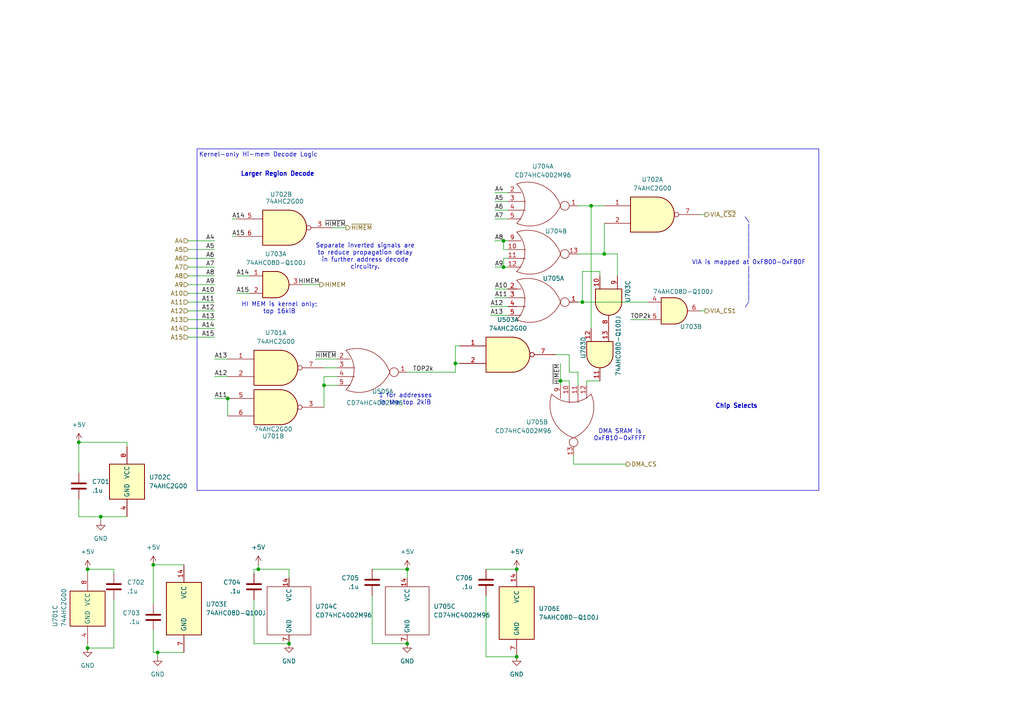
<source format=kicad_sch>
(kicad_sch (version 20250114) (generator "eeschema") (generator_version "9.0")
  (paper "A4")
  (title_block (title "65c02 Homebrew") (rev "Rev A") (company "Joseph R. Freeston") (comment 2 "https://github.com/snorklerjoe/useful6502") (comment 4 "A 65c02-based computer with peripheral i/o offloaded to a PIC16 microcontroller."))
  (lib_symbols
    (symbol "74xGxx:74AHC2G00"
      (property "Reference" "U" (at -2.54 3.81 0))
      (property "Value" "74AHC2G00" (at 0 -3.81 0))
      (symbol "74AHC2G00_1_1"
        (arc (start 0 5.08) (mid 5.0579 0) (end 0 -5.08) (stroke (width 0.254)) (fill (type background)))
        (polyline (pts (xy 0 -5.08) (xy -7.62 -5.08) (xy -7.62 5.08) (xy 0 5.08)) (stroke (width 0.254)) (fill (type background)))
        (pin input line (at -15.24 2.54 0) (length 7.62) (name "~") (number "1"))
        (pin input line (at -15.24 -2.54 0) (length 7.62) (name "~") (number "2"))
        (pin output inverted (at 12.7 0 180) (length 7.62) (name "~") (number "7"))
      )
      (symbol "74AHC2G00_2_1"
        (arc (start 0 5.08) (mid 5.0579 0) (end 0 -5.08) (stroke (width 0.254)) (fill (type background)))
        (polyline (pts (xy 0 -5.08) (xy -7.62 -5.08) (xy -7.62 5.08) (xy 0 5.08)) (stroke (width 0.254)) (fill (type background)))
        (pin input line (at -15.24 2.54 0) (length 7.62) (name "~") (number "5"))
        (pin input line (at -15.24 -2.54 0) (length 7.62) (name "~") (number "6"))
        (pin output inverted (at 12.7 0 180) (length 7.62) (name "~") (number "3"))
      )
      (symbol "74AHC2G00_3_0"
        (rectangle (start -5.08 -5.08) (end 5.08 5.08) (stroke (width 0.254)) (fill (type background)))
      )
      (symbol "74AHC2G00_3_1"
        (pin power_in line (at 0 10.16 270) (length 5.08) (name "VCC") (number "8"))
        (pin power_in line (at 0 -10.16 90) (length 5.08) (name "GND") (number "4"))
      )
    )
    (symbol "74xx:74LS08" (pin_names (offset 1.016))
      (property "Reference" "U" (at 0 1.27 0))
      (property "Value" "74LS08" (at 0 -1.27 0))
      (symbol "74LS08_1_1"
        (arc (start 0 3.81) (mid 3.7934 0) (end 0 -3.81) (stroke (width 0.254)) (fill (type background)))
        (polyline (pts (xy 0 3.81) (xy -3.81 3.81) (xy -3.81 -3.81) (xy 0 -3.81)) (stroke (width 0.254)) (fill (type background)))
        (pin input line (at -7.62 2.54 0) (length 3.81) (name "~") (number "1"))
        (pin input line (at -7.62 -2.54 0) (length 3.81) (name "~") (number "2"))
        (pin output line (at 7.62 0 180) (length 3.81) (name "~") (number "3"))
      )
      (symbol "74LS08_1_2"
        (arc (start -3.81 3.81) (mid -2.589 0) (end -3.81 -3.81) (stroke (width 0.254)))
        (polyline (pts (xy -3.81 3.81) (xy -0.635 3.81)) (stroke (width 0.254)) (fill (type background)))
        (polyline (pts (xy -3.81 -3.81) (xy -0.635 -3.81)) (stroke (width 0.254)) (fill (type background)))
        (arc (start 3.81 0) (mid 2.1855 -2.584) (end -0.6096 -3.81) (stroke (width 0.254)) (fill (type background)))
        (arc (start -0.6096 3.81) (mid 2.1928 2.5924) (end 3.81 0) (stroke (width 0.254)) (fill (type background)))
        (polyline (pts (xy -0.635 3.81) (xy -3.81 3.81) (xy -3.81 3.81) (xy -3.556 3.4036) (xy -3.0226 2.2606) (xy -2.6924 1.0414) (xy -2.6162 -0.254) (xy -2.7686 -1.4986) (xy -3.175 -2.7178) (xy -3.81 -3.81) (xy -3.81 -3.81) (xy -0.635 -3.81)) (stroke (width -25.4)) (fill (type background)))
        (pin input inverted (at -7.62 2.54 0) (length 4.318) (name "~") (number "1"))
        (pin input inverted (at -7.62 -2.54 0) (length 4.318) (name "~") (number "2"))
        (pin output inverted (at 7.62 0 180) (length 3.81) (name "~") (number "3"))
      )
      (symbol "74LS08_2_1"
        (arc (start 0 3.81) (mid 3.7934 0) (end 0 -3.81) (stroke (width 0.254)) (fill (type background)))
        (polyline (pts (xy 0 3.81) (xy -3.81 3.81) (xy -3.81 -3.81) (xy 0 -3.81)) (stroke (width 0.254)) (fill (type background)))
        (pin input line (at -7.62 2.54 0) (length 3.81) (name "~") (number "4"))
        (pin input line (at -7.62 -2.54 0) (length 3.81) (name "~") (number "5"))
        (pin output line (at 7.62 0 180) (length 3.81) (name "~") (number "6"))
      )
      (symbol "74LS08_2_2"
        (arc (start -3.81 3.81) (mid -2.589 0) (end -3.81 -3.81) (stroke (width 0.254)))
        (polyline (pts (xy -3.81 3.81) (xy -0.635 3.81)) (stroke (width 0.254)) (fill (type background)))
        (polyline (pts (xy -3.81 -3.81) (xy -0.635 -3.81)) (stroke (width 0.254)) (fill (type background)))
        (arc (start 3.81 0) (mid 2.1855 -2.584) (end -0.6096 -3.81) (stroke (width 0.254)) (fill (type background)))
        (arc (start -0.6096 3.81) (mid 2.1928 2.5924) (end 3.81 0) (stroke (width 0.254)) (fill (type background)))
        (polyline (pts (xy -0.635 3.81) (xy -3.81 3.81) (xy -3.81 3.81) (xy -3.556 3.4036) (xy -3.0226 2.2606) (xy -2.6924 1.0414) (xy -2.6162 -0.254) (xy -2.7686 -1.4986) (xy -3.175 -2.7178) (xy -3.81 -3.81) (xy -3.81 -3.81) (xy -0.635 -3.81)) (stroke (width -25.4)) (fill (type background)))
        (pin input inverted (at -7.62 2.54 0) (length 4.318) (name "~") (number "4"))
        (pin input inverted (at -7.62 -2.54 0) (length 4.318) (name "~") (number "5"))
        (pin output inverted (at 7.62 0 180) (length 3.81) (name "~") (number "6"))
      )
      (symbol "74LS08_3_1"
        (arc (start 0 3.81) (mid 3.7934 0) (end 0 -3.81) (stroke (width 0.254)) (fill (type background)))
        (polyline (pts (xy 0 3.81) (xy -3.81 3.81) (xy -3.81 -3.81) (xy 0 -3.81)) (stroke (width 0.254)) (fill (type background)))
        (pin input line (at -7.62 2.54 0) (length 3.81) (name "~") (number "9"))
        (pin input line (at -7.62 -2.54 0) (length 3.81) (name "~") (number "10"))
        (pin output line (at 7.62 0 180) (length 3.81) (name "~") (number "8"))
      )
      (symbol "74LS08_3_2"
        (arc (start -3.81 3.81) (mid -2.589 0) (end -3.81 -3.81) (stroke (width 0.254)))
        (polyline (pts (xy -3.81 3.81) (xy -0.635 3.81)) (stroke (width 0.254)) (fill (type background)))
        (polyline (pts (xy -3.81 -3.81) (xy -0.635 -3.81)) (stroke (width 0.254)) (fill (type background)))
        (arc (start 3.81 0) (mid 2.1855 -2.584) (end -0.6096 -3.81) (stroke (width 0.254)) (fill (type background)))
        (arc (start -0.6096 3.81) (mid 2.1928 2.5924) (end 3.81 0) (stroke (width 0.254)) (fill (type background)))
        (polyline (pts (xy -0.635 3.81) (xy -3.81 3.81) (xy -3.81 3.81) (xy -3.556 3.4036) (xy -3.0226 2.2606) (xy -2.6924 1.0414) (xy -2.6162 -0.254) (xy -2.7686 -1.4986) (xy -3.175 -2.7178) (xy -3.81 -3.81) (xy -3.81 -3.81) (xy -0.635 -3.81)) (stroke (width -25.4)) (fill (type background)))
        (pin input inverted (at -7.62 2.54 0) (length 4.318) (name "~") (number "9"))
        (pin input inverted (at -7.62 -2.54 0) (length 4.318) (name "~") (number "10"))
        (pin output inverted (at 7.62 0 180) (length 3.81) (name "~") (number "8"))
      )
      (symbol "74LS08_4_1"
        (arc (start 0 3.81) (mid 3.7934 0) (end 0 -3.81) (stroke (width 0.254)) (fill (type background)))
        (polyline (pts (xy 0 3.81) (xy -3.81 3.81) (xy -3.81 -3.81) (xy 0 -3.81)) (stroke (width 0.254)) (fill (type background)))
        (pin input line (at -7.62 2.54 0) (length 3.81) (name "~") (number "12"))
        (pin input line (at -7.62 -2.54 0) (length 3.81) (name "~") (number "13"))
        (pin output line (at 7.62 0 180) (length 3.81) (name "~") (number "11"))
      )
      (symbol "74LS08_4_2"
        (arc (start -3.81 3.81) (mid -2.589 0) (end -3.81 -3.81) (stroke (width 0.254)))
        (polyline (pts (xy -3.81 3.81) (xy -0.635 3.81)) (stroke (width 0.254)) (fill (type background)))
        (polyline (pts (xy -3.81 -3.81) (xy -0.635 -3.81)) (stroke (width 0.254)) (fill (type background)))
        (arc (start 3.81 0) (mid 2.1855 -2.584) (end -0.6096 -3.81) (stroke (width 0.254)) (fill (type background)))
        (arc (start -0.6096 3.81) (mid 2.1928 2.5924) (end 3.81 0) (stroke (width 0.254)) (fill (type background)))
        (polyline (pts (xy -0.635 3.81) (xy -3.81 3.81) (xy -3.81 3.81) (xy -3.556 3.4036) (xy -3.0226 2.2606) (xy -2.6924 1.0414) (xy -2.6162 -0.254) (xy -2.7686 -1.4986) (xy -3.175 -2.7178) (xy -3.81 -3.81) (xy -3.81 -3.81) (xy -0.635 -3.81)) (stroke (width -25.4)) (fill (type background)))
        (pin input inverted (at -7.62 2.54 0) (length 4.318) (name "~") (number "12"))
        (pin input inverted (at -7.62 -2.54 0) (length 4.318) (name "~") (number "13"))
        (pin output inverted (at 7.62 0 180) (length 3.81) (name "~") (number "11"))
      )
      (symbol "74LS08_5_0"
        (pin power_in line (at 0 12.7 270) (length 5.08) (name "VCC") (number "14"))
        (pin power_in line (at 0 -12.7 90) (length 5.08) (name "GND") (number "7"))
      )
      (symbol "74LS08_5_1"
        (rectangle (start -5.08 7.62) (end 5.08 -7.62) (stroke (width 0.254)) (fill (type background)))
      )
    )
    (symbol "Device:C" (pin_numbers (hide yes)) (pin_names (offset 0.254))
      (property "Reference" "C" (at 0.635 2.54 0))
      (property "Value" "C" (at 0.635 -2.54 0))
      (symbol "C_0_1"
        (polyline (pts (xy -2.032 0.762) (xy 2.032 0.762)) (stroke (width 0.508)))
        (polyline (pts (xy -2.032 -0.762) (xy 2.032 -0.762)) (stroke (width 0.508)))
      )
      (symbol "C_1_1"
        (pin passive line (at 0 3.81 270) (length 2.794) (name "~") (number "1"))
        (pin passive line (at 0 -3.81 90) (length 2.794) (name "~") (number "2"))
      )
    )
    (symbol "custom:_1"
      (property "Reference" "U" (at 7.62 7.62 0))
      (property "Value" "CD74HC4002M96" (at 14.986 9.906 0))
      (symbol "_1_1_1"
        (arc (start -3.81 6.35) (mid -1.4428 0.635) (end -3.81 -5.08))
        (polyline (pts (xy -3.81 3.81) (xy -2.54 3.81)))
        (polyline (pts (xy -3.81 1.27) (xy -1.27 1.27)))
        (polyline (pts (xy -3.81 -1.27) (xy -1.27 -1.27)))
        (polyline (pts (xy -3.81 -3.81) (xy -2.54 -3.81)))
        (arc (start -3.81 6.35) (mid 3.8552 5.8053) (end 8.89 0))
        (arc (start 8.89 0) (mid 3.5921 -5.1703) (end -3.81 -5.08))
        (circle (center 10.16 0) (radius 1.27))
        (pin input line (at -6.35 3.81 0) (length 2.54) (name "") (number "2"))
        (pin input line (at -6.35 1.27 0) (length 2.54) (name "") (number "3"))
        (pin input line (at -6.35 -1.27 0) (length 2.54) (name "") (number "4"))
        (pin input line (at -6.35 -3.81 0) (length 2.54) (name "") (number "5"))
        (pin output line (at 13.97 0 180) (length 2.54) (name "") (number "1"))
      )
      (symbol "_1_2_1"
        (arc (start -6.35 6.35) (mid -3.9828 0.635) (end -6.35 -5.08))
        (polyline (pts (xy -6.35 3.81) (xy -5.08 3.81)))
        (polyline (pts (xy -6.35 1.27) (xy -3.81 1.27)))
        (polyline (pts (xy -6.35 -1.27) (xy -3.81 -1.27)))
        (polyline (pts (xy -6.35 -3.81) (xy -5.08 -3.81)))
        (arc (start -6.35 6.35) (mid 1.3152 5.8053) (end 6.35 0))
        (arc (start 6.35 0) (mid 1.0521 -5.1703) (end -6.35 -5.08))
        (circle (center 7.62 0) (radius 1.27))
        (pin input line (at -8.89 3.81 0) (length 2.54) (name "") (number "9"))
        (pin input line (at -8.89 1.27 0) (length 2.54) (name "") (number "10"))
        (pin input line (at -8.89 -1.27 0) (length 2.54) (name "") (number "11"))
        (pin input line (at -8.89 -3.81 0) (length 2.54) (name "") (number "12"))
        (pin output line (at 11.43 0 180) (length 2.54) (name "") (number "13"))
      )
      (symbol "_1_3_1"
        (rectangle (start -6.35 6.35) (end 6.35 -7.62))
        (pin power_in line (at 0 8.89 270) (length 2.54) (name "VCC") (number "14"))
        (pin power_in line (at 0 -10.16 90) (length 2.54) (name "GND") (number "7"))
      )
    )
    (symbol "power:+5V" (power) (pin_numbers (hide yes)) (pin_names (offset 0) (hide yes))
      (property "Value" "+5V" (at 0 3.556 0))
      (symbol "+5V_0_1"
        (polyline (pts (xy -0.762 1.27) (xy 0 2.54)))
        (polyline (pts (xy 0 2.54) (xy 0.762 1.27)))
        (polyline (pts (xy 0 0) (xy 0 2.54)))
      )
      (symbol "+5V_1_1"
        (pin power_in line (at 0 0 90) (length 0) (name "~") (number "1"))
      )
    )
    (symbol "power:GND" (power) (pin_numbers (hide yes)) (pin_names (offset 0) (hide yes))
      (property "Value" "GND" (at 0 -3.81 0))
      (symbol "GND_0_1"
        (polyline (pts (xy 0 0) (xy 0 -1.27) (xy 1.27 -1.27) (xy 0 -2.54) (xy -1.27 -1.27) (xy 0 -1.27)))
      )
      (symbol "GND_1_1"
        (pin power_in line (at 0 0 270) (length 0) (name "~") (number "1"))
      )
    )
  )
  (rectangle (start 57.15 43.18) (end 237.49 142.24))
  (text "Larger Region Decode" (at 80.518 50.546 0) (effects (font (size 1.27 1.27) (thickness 0.254) (bold yes))))
  (text "Separate inverted signals are\nto reduce propagation delay\nin further address decode\ncircuitry." (at 105.918 74.422 0) (effects (font (size 1.27 1.27) (thickness 0.1588))))
  (text "HI MEM is kernel only;\ntop 16kiB" (at 81.026 89.408 0) (effects (font (size 1.27 1.27))))
  (text "Chip Selects" (at 213.614 117.856 0) (effects (font (size 1.27 1.27) (thickness 0.254) (bold yes))))
  (text "Kernel-only Hi-mem Decode Logic" (at 74.93 44.958 0) (effects (font (size 1.27 1.27))))
  (text "\\ \n|\n|\n|\n|\n|\nVIA is mapped at 0xF800-0xF80F\n|\n|\n|\n|\n|\n/ " (at 217.17 76.2 0) (effects (font (size 1.27 1.27))))
  (text "1 for addresses\nin the top 2kiB" (at 117.602 115.824 0) (effects (font (size 1.27 1.27))))
  (text "DMA SRAM is\n0xF810-0xFFFF" (at 179.832 126.238 0) (effects (font (size 1.27 1.27) (thickness 0.1588))))
  (junction (at 146.05 69.85))
  (junction (at 118.11 186.69))
  (junction (at 146.05 77.47))
  (junction (at 44.45 163.83))
  (junction (at 175.26 73.66))
  (junction (at 149.86 190.5))
  (junction (at 93.98 111.76))
  (junction (at 22.86 128.27))
  (junction (at 83.82 186.69))
  (junction (at 168.91 87.63))
  (junction (at 45.72 189.23))
  (junction (at 66.04 115.57))
  (junction (at 74.93 165.1))
  (junction (at 25.4 165.1))
  (junction (at 162.56 110.49))
  (junction (at 29.21 149.86))
  (junction (at 149.86 165.1))
  (junction (at 171.45 59.69))
  (junction (at 25.4 187.96))
  (junction (at 132.08 105.41))
  (junction (at 118.11 165.1))
  (wire (pts (xy 140.97 172.72) (xy 140.97 190.5)))
  (wire (pts (xy 118.11 165.1) (xy 118.11 167.64)))
  (wire (pts (xy 92.71 82.55) (xy 87.63 82.55)))
  (wire (pts (xy 167.64 73.66) (xy 175.26 73.66)))
  (wire (pts (xy 161.29 102.87) (xy 165.1 102.87)))
  (wire (pts (xy 162.56 110.49) (xy 162.56 111.76)))
  (wire (pts (xy 165.1 111.76) (xy 165.1 110.49)))
  (wire (pts (xy 118.11 107.95) (xy 132.08 107.95)))
  (wire (pts (xy 44.45 163.83) (xy 44.45 175.26)))
  (wire (pts (xy 142.24 91.44) (xy 147.32 91.44)))
  (wire (pts (xy 173.99 80.01) (xy 173.99 78.74)))
  (wire (pts (xy 132.08 100.33) (xy 133.35 100.33)))
  (wire (pts (xy 62.23 115.57) (xy 66.04 115.57)))
  (wire (pts (xy 36.83 128.27) (xy 36.83 129.54)))
  (wire (pts (xy 182.88 92.71) (xy 187.96 92.71)))
  (wire (pts (xy 149.86 190.5) (xy 140.97 190.5)))
  (wire (pts (xy 62.23 109.22) (xy 66.04 109.22)))
  (wire (pts (xy 173.99 110.49) (xy 170.18 110.49)))
  (wire (pts (xy 45.72 190.5) (xy 45.72 189.23)))
  (wire (pts (xy 68.58 85.09) (xy 72.39 85.09)))
  (wire (pts (xy 93.98 118.11) (xy 93.98 111.76)))
  (wire (pts (xy 132.08 100.33) (xy 132.08 105.41)))
  (wire (pts (xy 54.61 97.79) (xy 62.23 97.79)))
  (wire (pts (xy 143.51 58.42) (xy 147.32 58.42)))
  (wire (pts (xy 171.45 59.69) (xy 171.45 95.25)))
  (wire (pts (xy 143.51 60.96) (xy 147.32 60.96)))
  (wire (pts (xy 100.33 66.04) (xy 96.52 66.04)))
  (wire (pts (xy 173.99 78.74) (xy 168.91 78.74)))
  (wire (pts (xy 167.64 87.63) (xy 168.91 87.63)))
  (wire (pts (xy 36.83 149.86) (xy 29.21 149.86)))
  (wire (pts (xy 44.45 182.88) (xy 44.45 189.23)))
  (wire (pts (xy 143.51 55.88) (xy 147.32 55.88)))
  (wire (pts (xy 45.72 189.23) (xy 44.45 189.23)))
  (wire (pts (xy 146.05 69.85) (xy 147.32 69.85)))
  (wire (pts (xy 74.93 163.83) (xy 74.93 165.1)))
  (wire (pts (xy 170.18 110.49) (xy 170.18 111.76)))
  (wire (pts (xy 165.1 107.95) (xy 165.1 102.87)))
  (wire (pts (xy 83.82 186.69) (xy 73.66 186.69)))
  (wire (pts (xy 83.82 167.64) (xy 83.82 165.1)))
  (wire (pts (xy 167.64 107.95) (xy 165.1 107.95)))
  (wire (pts (xy 162.56 105.41) (xy 162.56 110.49)))
  (wire (pts (xy 33.02 187.96) (xy 25.4 187.96)))
  (wire (pts (xy 107.95 186.69) (xy 107.95 172.72)))
  (wire (pts (xy 62.23 104.14) (xy 66.04 104.14)))
  (wire (pts (xy 54.61 82.55) (xy 62.23 82.55)))
  (wire (pts (xy 25.4 165.1) (xy 25.4 166.37)))
  (wire (pts (xy 54.61 80.01) (xy 62.23 80.01)))
  (wire (pts (xy 54.61 92.71) (xy 62.23 92.71)))
  (wire (pts (xy 93.98 109.22) (xy 97.79 109.22)))
  (wire (pts (xy 44.45 163.83) (xy 53.34 163.83)))
  (wire (pts (xy 166.37 134.62) (xy 181.61 134.62)))
  (wire (pts (xy 146.05 77.47) (xy 147.32 77.47)))
  (wire (pts (xy 179.07 73.66) (xy 179.07 80.01)))
  (wire (pts (xy 22.86 128.27) (xy 22.86 137.16)))
  (wire (pts (xy 107.95 165.1) (xy 118.11 165.1)))
  (wire (pts (xy 53.34 189.23) (xy 45.72 189.23)))
  (wire (pts (xy 66.04 115.57) (xy 66.04 120.65)))
  (wire (pts (xy 33.02 173.99) (xy 33.02 187.96)))
  (wire (pts (xy 74.93 165.1) (xy 83.82 165.1)))
  (wire (pts (xy 140.97 165.1) (xy 149.86 165.1)))
  (wire (pts (xy 67.31 63.5) (xy 68.58 63.5)))
  (wire (pts (xy 93.98 111.76) (xy 97.79 111.76)))
  (wire (pts (xy 54.61 90.17) (xy 62.23 90.17)))
  (wire (pts (xy 143.51 86.36) (xy 147.32 86.36)))
  (wire (pts (xy 171.45 59.69) (xy 175.26 59.69)))
  (wire (pts (xy 22.86 128.27) (xy 36.83 128.27)))
  (wire (pts (xy 54.61 69.85) (xy 62.23 69.85)))
  (wire (pts (xy 142.24 88.9) (xy 147.32 88.9)))
  (wire (pts (xy 33.02 166.37) (xy 33.02 165.1)))
  (wire (pts (xy 73.66 165.1) (xy 73.66 166.37)))
  (wire (pts (xy 143.51 83.82) (xy 147.32 83.82)))
  (wire (pts (xy 143.51 77.47) (xy 146.05 77.47)))
  (wire (pts (xy 25.4 187.96) (xy 25.4 186.69)))
  (wire (pts (xy 147.32 72.39) (xy 146.05 72.39)))
  (wire (pts (xy 68.58 80.01) (xy 72.39 80.01)))
  (wire (pts (xy 22.86 144.78) (xy 22.86 149.86)))
  (wire (pts (xy 146.05 74.93) (xy 146.05 77.47)))
  (wire (pts (xy 54.61 77.47) (xy 62.23 77.47)))
  (wire (pts (xy 97.79 106.68) (xy 93.98 106.68)))
  (wire (pts (xy 73.66 186.69) (xy 73.66 173.99)))
  (wire (pts (xy 67.31 68.58) (xy 68.58 68.58)))
  (wire (pts (xy 132.08 105.41) (xy 132.08 107.95)))
  (wire (pts (xy 118.11 186.69) (xy 107.95 186.69)))
  (wire (pts (xy 54.61 74.93) (xy 62.23 74.93)))
  (wire (pts (xy 167.64 59.69) (xy 171.45 59.69)))
  (wire (pts (xy 175.26 64.77) (xy 175.26 73.66)))
  (wire (pts (xy 91.44 104.14) (xy 97.79 104.14)))
  (wire (pts (xy 147.32 74.93) (xy 146.05 74.93)))
  (wire (pts (xy 166.37 132.08) (xy 166.37 134.62)))
  (wire (pts (xy 143.51 63.5) (xy 147.32 63.5)))
  (wire (pts (xy 29.21 149.86) (xy 22.86 149.86)))
  (wire (pts (xy 179.07 73.66) (xy 175.26 73.66)))
  (wire (pts (xy 54.61 72.39) (xy 62.23 72.39)))
  (wire (pts (xy 54.61 87.63) (xy 62.23 87.63)))
  (wire (pts (xy 203.2 62.23) (xy 204.47 62.23)))
  (wire (pts (xy 167.64 111.76) (xy 167.64 107.95)))
  (wire (pts (xy 93.98 111.76) (xy 93.98 109.22)))
  (wire (pts (xy 54.61 95.25) (xy 62.23 95.25)))
  (wire (pts (xy 33.02 165.1) (xy 25.4 165.1)))
  (wire (pts (xy 54.61 85.09) (xy 62.23 85.09)))
  (wire (pts (xy 133.35 105.41) (xy 132.08 105.41)))
  (wire (pts (xy 143.51 69.85) (xy 146.05 69.85)))
  (wire (pts (xy 146.05 72.39) (xy 146.05 69.85)))
  (wire (pts (xy 165.1 110.49) (xy 162.56 110.49)))
  (wire (pts (xy 168.91 78.74) (xy 168.91 87.63)))
  (wire (pts (xy 73.66 165.1) (xy 74.93 165.1)))
  (wire (pts (xy 168.91 87.63) (xy 187.96 87.63)))
  (wire (pts (xy 29.21 151.13) (xy 29.21 149.86)))
  (wire (pts (xy 203.2 90.17) (xy 204.47 90.17)))
  (label "HIMEM" (at 92.71 82.55 180))
  (label "~{HIMEM}" (at 100.33 66.04 180))
  (label "A7" (at 143.51 63.5 0))
  (label "A12" (at 142.24 88.9 0))
  (label "A9" (at 143.51 77.47 0))
  (label "A12" (at 62.23 109.22 0))
  (label "A13" (at 142.24 91.44 0))
  (label "A14" (at 62.23 95.25 180))
  (label "A9" (at 62.23 82.55 180))
  (label "A4" (at 62.23 69.85 180))
  (label "TOP2k" (at 182.88 92.71 0))
  (label "A11" (at 62.23 115.57 0))
  (label "A13" (at 62.23 92.71 180))
  (label "A5" (at 143.51 58.42 0))
  (label "A6" (at 62.23 74.93 180))
  (label "A13" (at 62.23 104.14 0))
  (label "A8" (at 62.23 80.01 180))
  (label "A7" (at 62.23 77.47 180))
  (label "TOP2k" (at 125.73 107.95 180))
  (label "A6" (at 143.51 60.96 0))
  (label "A11" (at 143.51 86.36 0))
  (label "A5" (at 62.23 72.39 180))
  (label "A11" (at 62.23 87.63 180))
  (label "~{HIMEM}" (at 91.44 104.14 0))
  (label "A10" (at 143.51 83.82 0))
  (label "A15" (at 68.58 85.09 0))
  (label "A10" (at 62.23 85.09 180))
  (label "~{HIMEM}" (at 162.56 105.41 270))
  (label "A8" (at 143.51 69.85 0))
  (label "A14" (at 68.58 80.01 0))
  (label "A4" (at 143.51 55.88 0))
  (label "A15" (at 62.23 97.79 180))
  (label "A12" (at 62.23 90.17 180))
  (label "A15" (at 67.31 68.58 0))
  (label "A14" (at 67.31 63.5 0))
  (hierarchical_label "A11" (shape input) (at 54.61 87.63 180))
  (hierarchical_label "VIA_CS1" (shape output) (at 204.47 90.17 0))
  (hierarchical_label "A5" (shape input) (at 54.61 72.39 180))
  (hierarchical_label "A6" (shape input) (at 54.61 74.93 180))
  (hierarchical_label "VIA_~{CS2}" (shape output) (at 204.47 62.23 0))
  (hierarchical_label "A15" (shape input) (at 54.61 97.79 180))
  (hierarchical_label "A8" (shape input) (at 54.61 80.01 180))
  (hierarchical_label "A12" (shape input) (at 54.61 90.17 180))
  (hierarchical_label "A10" (shape input) (at 54.61 85.09 180))
  (hierarchical_label "A14" (shape input) (at 54.61 95.25 180))
  (hierarchical_label "A7" (shape input) (at 54.61 77.47 180))
  (hierarchical_label "A4" (shape input) (at 54.61 69.85 180))
  (hierarchical_label "A9" (shape input) (at 54.61 82.55 180))
  (hierarchical_label "DMA_CS" (shape output) (at 181.61 134.62 0))
  (hierarchical_label "~{HIMEM}" (shape output) (at 100.33 66.04 0))
  (hierarchical_label "HIMEM" (shape output) (at 92.71 82.55 0))
  (hierarchical_label "A13" (shape input) (at 54.61 92.71 180))
  (symbol (lib_id "74xx:74LS08") (at 149.86 177.8 0) (unit 5)
    (property "Reference" "U706" (at 156.21 176.5299 0) (effects (justify left)))
    (property "Value" "74AHC08D-Q100J" (at 156.21 179.0699 0) (effects (justify left)))
    (property "Footprint" "Package_SO:SOIC-14_3.9x8.7mm_P1.27mm" (effects (hide yes)))
    (property "Datasheet" "https://assets.nexperia.com/documents/data-sheet/74AHC_AHCT08_Q100.pdf" (effects (hide yes)))
    (property "Description" "Quad And2" (effects (hide yes)))
    (property "t_pd (ns)" "5.9" (effects (hide yes)))
  )
  (symbol (lib_id "power:+5V") (at 149.86 165.1 0) (unit 1)
    (property "Reference" "#PWR0711" (effects (hide yes)))
    (property "Value" "+5V" (at 149.86 160.02 0))
    (property "Description" "Power symbol creates a global label with name \"+5V\"" (effects (hide yes)))
  )
  (symbol (lib_id "74xGxx:74AHC2G00") (at 81.28 118.11 0) (unit 2)
    (property "Reference" "U701" (at 79.248 126.492 0))
    (property "Value" "74AHC2G00" (at 79.248 124.46 0))
    (property "Footprint" "Package_SO:TSSOP-8_3x3mm_P0.65mm" (effects (hide yes)))
    (property "Datasheet" "https://assets.nexperia.com/documents/data-sheet/74AHC_AHCT2G00.pdf" (effects (hide yes)))
    (property "Description" "Dual NAND Gate, High-speed Si-gate CMOS" (effects (hide yes)))
  )
  (symbol (lib_id "power:GND") (at 83.82 186.69 0) (unit 1)
    (property "Reference" "#PWR0708" (effects (hide yes)))
    (property "Value" "GND" (at 83.82 191.77 0))
    (property "Description" "Power symbol creates a global label with name \"GND\" , ground" (effects (hide yes)))
  )
  (symbol (lib_id "Device:C") (at 44.45 179.07 0) (mirror y) (unit 1)
    (property "Reference" "C703" (at 40.64 177.7999 0) (effects (justify left)))
    (property "Value" ".1u" (at 40.64 180.3399 0) (effects (justify left)))
    (property "Footprint" "Capacitor_SMD:C_0402_1005Metric" (effects (hide yes)))
    (property "Description" "Unpolarized capacitor" (effects (hide yes)))
  )
  (symbol (lib_id "74xx:74LS08") (at 195.58 90.17 0) (unit 2)
    (property "Reference" "U703" (at 200.406 94.742 0))
    (property "Value" "74AHC08D-Q100J" (at 198.12 84.582 0))
    (property "Footprint" "Package_SO:SOIC-14_3.9x8.7mm_P1.27mm" (effects (hide yes)))
    (property "Datasheet" "https://assets.nexperia.com/documents/data-sheet/74AHC_AHCT08_Q100.pdf" (effects (hide yes)))
    (property "Description" "Quad And2" (effects (hide yes)))
    (property "t_pd (ns)" "5.9" (effects (hide yes)))
  )
  (symbol (lib_id "74xx:74LS08") (at 176.53 87.63 270) (unit 3)
    (property "Reference" "U703" (at 182.118 81.28 0) (effects (justify left)))
    (property "Value" "74AHC08D-Q100J" (effects (hide yes)))
    (property "Footprint" "Package_SO:SOIC-14_3.9x8.7mm_P1.27mm" (effects (hide yes)))
    (property "Datasheet" "https://assets.nexperia.com/documents/data-sheet/74AHC_AHCT08_Q100.pdf" (effects (hide yes)))
    (property "Description" "Quad And2" (effects (hide yes)))
    (property "t_pd (ns)" "5.9" (effects (hide yes)))
  )
  (symbol (lib_id "74xGxx:74AHC2G00") (at 148.59 102.87 0) (unit 1)
    (property "Reference" "U503" (at 147.3089 92.71 0))
    (property "Value" "74AHC2G00" (at 147.3089 95.25 0))
    (property "Footprint" "Package_SO:TSSOP-8_3x3mm_P0.65mm" (effects (hide yes)))
    (property "Datasheet" "https://assets.nexperia.com/documents/data-sheet/74AHC_AHCT2G00.pdf" (effects (hide yes)))
    (property "Description" "Dual NAND Gate, High-speed Si-gate CMOS" (effects (hide yes)))
  )
  (symbol (lib_id "74xGxx:74AHC2G00") (at 83.82 66.04 0) (unit 2)
    (property "Reference" "U702" (at 81.534 56.388 0))
    (property "Value" "74AHC2G00" (at 82.5389 58.42 0))
    (property "Footprint" "Package_SO:TSSOP-8_3x3mm_P0.65mm" (effects (hide yes)))
    (property "Datasheet" "https://assets.nexperia.com/documents/data-sheet/74AHC_AHCT2G00.pdf" (effects (hide yes)))
    (property "Description" "Dual NAND Gate, High-speed Si-gate CMOS" (effects (hide yes)))
  )
  (symbol (lib_id "Device:C") (at 73.66 170.18 0) (mirror y) (unit 1)
    (property "Reference" "C704" (at 69.85 168.9099 0) (effects (justify left)))
    (property "Value" ".1u" (at 69.85 171.4499 0) (effects (justify left)))
    (property "Footprint" "Capacitor_SMD:C_0402_1005Metric" (effects (hide yes)))
    (property "Description" "Unpolarized capacitor" (effects (hide yes)))
  )
  (symbol (lib_id "74xGxx:74AHC2G00") (at 81.28 106.68 0) (unit 1)
    (property "Reference" "U701" (at 79.9989 96.52 0))
    (property "Value" "74AHC2G00" (at 79.9989 99.06 0))
    (property "Footprint" "Package_SO:TSSOP-8_3x3mm_P0.65mm" (effects (hide yes)))
    (property "Datasheet" "https://assets.nexperia.com/documents/data-sheet/74AHC_AHCT2G00.pdf" (effects (hide yes)))
    (property "Description" "Dual NAND Gate, High-speed Si-gate CMOS" (effects (hide yes)))
  )
  (symbol (lib_id "74xGxx:74AHC2G00") (at 25.4 176.53 0) (mirror y) (unit 3)
    (property "Reference" "U701" (at 16.002 181.864 90) (effects (justify left)))
    (property "Value" "74AHC2G00" (at 18.542 181.864 90) (effects (justify left)))
    (property "Footprint" "Package_SO:TSSOP-8_3x3mm_P0.65mm" (effects (hide yes)))
    (property "Datasheet" "https://assets.nexperia.com/documents/data-sheet/74AHC_AHCT2G00.pdf" (effects (hide yes)))
    (property "Description" "Dual NAND Gate, High-speed Si-gate CMOS" (effects (hide yes)))
  )
  (symbol (lib_id "Device:C") (at 33.02 170.18 0) (unit 1)
    (property "Reference" "C702" (at 36.83 168.9099 0) (effects (justify left)))
    (property "Value" ".1u" (at 36.83 171.4499 0) (effects (justify left)))
    (property "Footprint" "Capacitor_SMD:C_0402_1005Metric" (effects (hide yes)))
    (property "Description" "Unpolarized capacitor" (effects (hide yes)))
  )
  (symbol (lib_id "Device:C") (at 107.95 168.91 0) (mirror y) (unit 1)
    (property "Reference" "C705" (at 104.14 167.6399 0) (effects (justify left)))
    (property "Value" ".1u" (at 104.14 170.1799 0) (effects (justify left)))
    (property "Footprint" "Capacitor_SMD:C_0402_1005Metric" (effects (hide yes)))
    (property "Description" "Unpolarized capacitor" (effects (hide yes)))
  )
  (symbol (lib_id "power:+5V") (at 74.93 163.83 0) (unit 1)
    (property "Reference" "#PWR0707" (effects (hide yes)))
    (property "Value" "+5V" (at 74.93 158.75 0))
    (property "Description" "Power symbol creates a global label with name \"+5V\"" (effects (hide yes)))
  )
  (symbol (lib_id "Device:C") (at 140.97 168.91 0) (mirror y) (unit 1)
    (property "Reference" "C706" (at 137.16 167.6399 0) (effects (justify left)))
    (property "Value" ".1u" (at 137.16 170.1799 0) (effects (justify left)))
    (property "Footprint" "Capacitor_SMD:C_0402_1005Metric" (effects (hide yes)))
    (property "Description" "Unpolarized capacitor" (effects (hide yes)))
  )
  (symbol (lib_id "power:GND") (at 29.21 151.13 0) (unit 1)
    (property "Reference" "#PWR0704" (effects (hide yes)))
    (property "Value" "GND" (at 29.21 156.21 0))
    (property "Description" "Power symbol creates a global label with name \"GND\" , ground" (effects (hide yes)))
  )
  (symbol (lib_id "power:+5V") (at 25.4 165.1 0) (unit 1)
    (property "Reference" "#PWR0702" (effects (hide yes)))
    (property "Value" "+5V" (at 25.4 160.02 0))
    (property "Description" "Power symbol creates a global label with name \"+5V\"" (effects (hide yes)))
  )
  (symbol (lib_id "74xx:74LS08") (at 53.34 176.53 0) (unit 5)
    (property "Reference" "U703" (at 59.69 175.2599 0) (effects (justify left)))
    (property "Value" "74AHC08D-Q100J" (at 59.69 177.7999 0) (effects (justify left)))
    (property "Footprint" "Package_SO:SOIC-14_3.9x8.7mm_P1.27mm" (effects (hide yes)))
    (property "Datasheet" "https://assets.nexperia.com/documents/data-sheet/74AHC_AHCT08_Q100.pdf" (effects (hide yes)))
    (property "Description" "Quad And2" (effects (hide yes)))
    (property "t_pd (ns)" "5.9" (effects (hide yes)))
  )
  (symbol (lib_id "power:GND") (at 118.11 186.69 0) (unit 1)
    (property "Reference" "#PWR0710" (effects (hide yes)))
    (property "Value" "GND" (at 118.11 191.77 0))
    (property "Description" "Power symbol creates a global label with name \"GND\" , ground" (effects (hide yes)))
  )
  (symbol (lib_id "custom:_1") (at 153.67 87.63 0) (unit 1)
    (property "Reference" "U705" (at 160.528 80.772 0))
    (property "Value" "CD74HC4002M96" (effects (hide yes)))
    (property "Footprint" "Package_SO:SOIC-14_3.9x8.7mm_P1.27mm" (effects (hide yes)))
    (property "Datasheet" "https://www.ti.com/lit/ds/symlink/cd54hc4002.pdf" (effects (hide yes)))
    (property "t_pd (ns)" "8" (effects (hide yes)))
  )
  (symbol (lib_id "custom:_1") (at 153.67 59.69 0) (unit 1)
    (property "Reference" "U704" (at 157.48 48.26 0))
    (property "Value" "CD74HC4002M96" (at 157.48 50.8 0))
    (property "Footprint" "Package_SO:SOIC-14_3.9x8.7mm_P1.27mm" (effects (hide yes)))
    (property "Datasheet" "https://www.ti.com/lit/ds/symlink/cd54hc4002.pdf" (effects (hide yes)))
    (property "t_pd (ns)" "8" (effects (hide yes)))
  )
  (symbol (lib_id "power:GND") (at 149.86 190.5 0) (unit 1)
    (property "Reference" "#PWR0712" (effects (hide yes)))
    (property "Value" "GND" (at 149.86 195.58 0))
    (property "Description" "Power symbol creates a global label with name \"GND\" , ground" (effects (hide yes)))
  )
  (symbol (lib_id "custom:_1") (at 83.82 176.53 0) (unit 3)
    (property "Reference" "U704" (at 91.44 175.8949 0) (effects (justify left)))
    (property "Value" "CD74HC4002M96" (at 91.44 178.4349 0) (effects (justify left)))
    (property "Footprint" "Package_SO:SOIC-14_3.9x8.7mm_P1.27mm" (effects (hide yes)))
    (property "Datasheet" "https://www.ti.com/lit/ds/symlink/cd54hc4002.pdf" (effects (hide yes)))
    (property "t_pd (ns)" "8" (effects (hide yes)))
  )
  (symbol (lib_id "custom:_1") (at 104.14 107.95 0) (unit 1)
    (property "Reference" "U507" (at 110.998 113.538 0))
    (property "Value" "CD74HC4002M96" (at 108.712 116.84 0))
    (property "Footprint" "Package_SO:SOIC-14_3.9x8.7mm_P1.27mm" (effects (hide yes)))
    (property "Datasheet" "https://www.ti.com/lit/ds/symlink/cd54hc4002.pdf" (effects (hide yes)))
    (property "t_pd (ns)" "8" (effects (hide yes)))
    (instances (project "" (path "" (reference "U505") (unit 1)) (path "" (reference "U507") (unit 1))))
  )
  (symbol (lib_id "custom:_1") (at 156.21 73.66 0) (unit 2)
    (property "Reference" "U704" (at 161.29 67.056 0))
    (property "Value" "CD74HC4002M96" (effects (hide yes)))
    (property "Footprint" "Package_SO:SOIC-14_3.9x8.7mm_P1.27mm" (effects (hide yes)))
    (property "Datasheet" "https://www.ti.com/lit/ds/symlink/cd54hc4002.pdf" (effects (hide yes)))
    (property "t_pd (ns)" "8" (effects (hide yes)))
  )
  (symbol (lib_id "power:+5V") (at 118.11 165.1 0) (unit 1)
    (property "Reference" "#PWR0709" (effects (hide yes)))
    (property "Value" "+5V" (at 118.11 160.02 0))
    (property "Description" "Power symbol creates a global label with name \"+5V\"" (effects (hide yes)))
  )
  (symbol (lib_id "custom:_1") (at 118.11 176.53 0) (unit 3)
    (property "Reference" "U705" (at 125.73 175.8949 0) (effects (justify left)))
    (property "Value" "CD74HC4002M96" (at 125.73 178.4349 0) (effects (justify left)))
    (property "Footprint" "Package_SO:SOIC-14_3.9x8.7mm_P1.27mm" (effects (hide yes)))
    (property "Datasheet" "https://www.ti.com/lit/ds/symlink/cd54hc4002.pdf" (effects (hide yes)))
    (property "t_pd (ns)" "8" (effects (hide yes)))
  )
  (symbol (lib_id "74xx:74LS08") (at 173.99 102.87 90) (mirror x) (unit 4)
    (property "Reference" "U703" (at 169.164 100.838 0))
    (property "Value" "74AHC08D-Q100J" (at 179.324 100.33 0))
    (property "Footprint" "Package_SO:SOIC-14_3.9x8.7mm_P1.27mm" (effects (hide yes)))
    (property "Datasheet" "https://assets.nexperia.com/documents/data-sheet/74AHC_AHCT08_Q100.pdf" (effects (hide yes)))
    (property "Description" "Quad And2" (effects (hide yes)))
    (property "t_pd (ns)" "5.9" (effects (hide yes)))
  )
  (symbol (lib_id "74xGxx:74AHC2G00") (at 190.5 62.23 0) (unit 1)
    (property "Reference" "U702" (at 189.2189 52.07 0))
    (property "Value" "74AHC2G00" (at 189.2189 54.61 0))
    (property "Footprint" "Package_SO:TSSOP-8_3x3mm_P0.65mm" (effects (hide yes)))
    (property "Datasheet" "https://assets.nexperia.com/documents/data-sheet/74AHC_AHCT2G00.pdf" (effects (hide yes)))
    (property "Description" "Dual NAND Gate, High-speed Si-gate CMOS" (effects (hide yes)))
  )
  (symbol (lib_id "Device:C") (at 22.86 140.97 0) (unit 1)
    (property "Reference" "C701" (at 26.67 139.6999 0) (effects (justify left)))
    (property "Value" ".1u" (at 26.67 142.2399 0) (effects (justify left)))
    (property "Footprint" "Capacitor_SMD:C_0402_1005Metric" (effects (hide yes)))
    (property "Description" "Unpolarized capacitor" (effects (hide yes)))
  )
  (symbol (lib_id "74xGxx:74AHC2G00") (at 36.83 139.7 0) (unit 3)
    (property "Reference" "U702" (at 43.18 138.4299 0) (effects (justify left)))
    (property "Value" "74AHC2G00" (at 43.18 140.9699 0) (effects (justify left)))
    (property "Footprint" "Package_SO:TSSOP-8_3x3mm_P0.65mm" (effects (hide yes)))
    (property "Datasheet" "https://assets.nexperia.com/documents/data-sheet/74AHC_AHCT2G00.pdf" (effects (hide yes)))
    (property "Description" "Dual NAND Gate, High-speed Si-gate CMOS" (effects (hide yes)))
  )
  (symbol (lib_id "power:+5V") (at 44.45 163.83 0) (unit 1)
    (property "Reference" "#PWR0705" (effects (hide yes)))
    (property "Value" "+5V" (at 44.45 158.75 0))
    (property "Description" "Power symbol creates a global label with name \"+5V\"" (effects (hide yes)))
  )
  (symbol (lib_id "power:+5V") (at 22.86 128.27 0) (unit 1)
    (property "Reference" "#PWR0701" (effects (hide yes)))
    (property "Value" "+5V" (at 22.86 123.19 0))
    (property "Description" "Power symbol creates a global label with name \"+5V\"" (effects (hide yes)))
  )
  (symbol (lib_id "74xx:74LS08") (at 80.01 82.55 0) (unit 1)
    (property "Reference" "U703" (at 80.0017 73.66 0))
    (property "Value" "74AHC08D-Q100J" (at 80.0017 76.2 0))
    (property "Footprint" "Package_SO:SOIC-14_3.9x8.7mm_P1.27mm" (effects (hide yes)))
    (property "Datasheet" "https://assets.nexperia.com/documents/data-sheet/74AHC_AHCT08_Q100.pdf" (effects (hide yes)))
    (property "Description" "Quad And2" (effects (hide yes)))
    (property "t_pd (ns)" "5.9" (effects (hide yes)))
  )
  (symbol (lib_id "power:GND") (at 45.72 190.5 0) (unit 1)
    (property "Reference" "#PWR0706" (effects (hide yes)))
    (property "Value" "GND" (at 45.72 195.58 0))
    (property "Description" "Power symbol creates a global label with name \"GND\" , ground" (effects (hide yes)))
  )
  (symbol (lib_id "custom:_1") (at 166.37 120.65 90) (mirror x) (unit 2)
    (property "Reference" "U705" (at 159.004 122.428 90) (effects (justify left)))
    (property "Value" "CD74HC4002M96" (at 160.02 124.968 90) (effects (justify left)))
    (property "Footprint" "Package_SO:SOIC-14_3.9x8.7mm_P1.27mm" (effects (hide yes)))
    (property "Datasheet" "https://www.ti.com/lit/ds/symlink/cd54hc4002.pdf" (effects (hide yes)))
    (property "t_pd (ns)" "8" (effects (hide yes)))
  )
  (symbol (lib_id "power:GND") (at 25.4 187.96 0) (unit 1)
    (property "Reference" "#PWR0703" (effects (hide yes)))
    (property "Value" "GND" (at 25.4 193.04 0))
    (property "Description" "Power symbol creates a global label with name \"GND\" , ground" (effects (hide yes)))
  )
)
</source>
